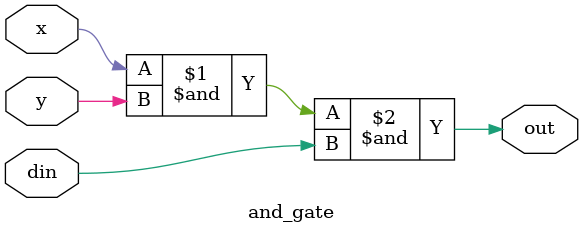
<source format=v>

  module demux_using_gates(a,b,c,d,din,sel);
  
  input wire [1:0]sel;
  input wire din;
  output wire a,b,c,d;
  
  wire [1:0]sel_w;
  
  not_gate g1(.out(sel_w[1]),.in(sel[1]));
  not_gate g2(.out(sel_w[0]),.in(sel[0]));
  
  and_gate g3(.out(a),.x(sel_w[1]),.y(sel_w[0]),.din(din));
  and_gate g4(.out(b),.x(sel_w[1]),.y(sel[0]),.din(din));
  and_gate g5(.out(c),.x(sel[1]),.y(sel_w[0]),.din(din));
  and_gate g6(.out(d),.x(sel[1]),.y(sel[0]),.din(din));
  
  endmodule
  
  
  module not_gate(out,in);
  input wire in;
  output wire out;
  
 assign out = ~in;
  
  endmodule
  
  
  module and_gate(out,x,y,din);
  
  input wire x,y,din;
  output wire out;
  
  assign out = x & y & din;
  
  endmodule
  

</source>
